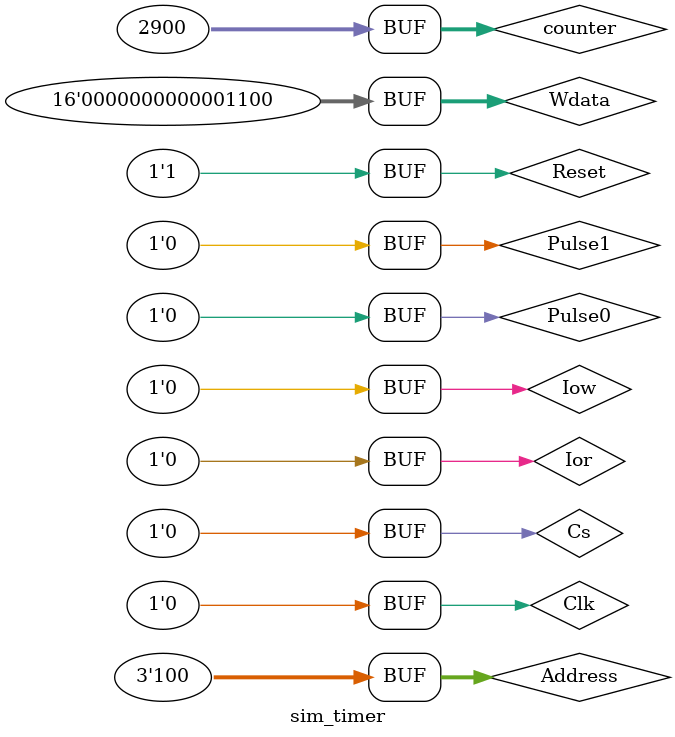
<source format=v>
`timescale 1ns / 1ps


module sim_timer(
    );
//input Reset,input [2:0] Address,input Cs,input Clk,input Iow,input Ior ,input [15:0] Wdata, output [15:0] Rdata,
//input Pulse0 ,input Pulse1,output Cout0,output Cout1 
//Debug wires:output [15:0] state_reg0,output [15:0] function_reg0,output [15:0] cur_value_reg0,output [15:0] cur_cnt_value_reg0   ,output run_one_period0,output refresh_reg0
    //input -> reg ; output->wire
    reg Reset;
    reg [2:0] Address;
    reg Cs;
    reg Clk;
    reg Iow;
    reg Ior;
    reg [15:0] Wdata;
    wire [15:0] Rdata;
    reg Pulse0;
    reg Pulse1;
    wire Cout0;
    wire Cout1;  
    //Below are debug wires
    wire [15:0] state_reg0; wire [15:0] function_reg0; wire [15:0] cur_value_reg0; wire [15:0] cur_cnt_value_reg0;
    wire run_one_period0;wire refresh_reg0;
    
    dev_timer uut_timer(Reset,Address,Cs,Clk,Iow,Ior,Wdata,Rdata,Pulse0,Pulse1,Cout0,Cout1/*,state_reg0,function_reg0,cur_value_reg0,cur_cnt_value_reg0,run_one_period0,refresh_reg0*/);
    reg [31:0] counter;
   
   //ÏÂÃæÊÇ²âÊÔ¼ÆÊýµÄ´úÂë
   always
        begin
            Reset = 1; Address[2:0]=0; Cs=0; Clk=0; Iow=0; Ior=0; Wdata[15:0]=0; Pulse0=0; Pulse1=0; counter=0;
            #5;
            Reset = 0;//ÖØÖÃ
            #5;
            Reset = 1;
            Address[2:0]=3'd0;//·½Ê½¼Ä´æÆ÷0
            Cs=1;Iow=1;Ior=0;
            Wdata[15:0]=16'h0002;//Ð´ÈëÑ­»· ¼ÆÊý
            Clk=1;
            #5;
            Cs=0;Iow=0;Ior=0;
            Clk=0;
            #5;
    
            Address[2:0]=3'd4;//³õÖµ¼Ä´æÆ÷0
            Cs=1;Iow=1;Ior=0;
            Wdata[15:0]=16'd2;//Ð´Èë6µ½³õÖµ¼Ä´æÆ÷0
            Clk=1;
            #5;
            Clk=0;
            #5;
            Cs=0;Iow=0;Ior=0;
            
            for(counter=0;counter<2900;counter=counter+1)
            begin
                Pulse0=1;
                Clk=1;
                #5;
                Pulse0=0;
                Clk=0;
                #5;
                if(counter==30)
                    begin//²âÊÔ¶Á×´Ì¬¼Ä´æÆ÷
                           Address[2:0]=3'd4;//×´Ì¬¼Ä´æÆ÷0
                           Cs=1;Iow=1;Ior=0;
                           Wdata[15:0]=12;
                           Clk=1;
                           #5;
                           Clk=0;
                           #5;
                           Cs=0;Iow=0;Ior=0;
                    end
            end
    end
   
   
   
   
   
   /* 
   //ÏÂÃæÊÇ²âÊÔ¶¨Ê±µÄ´úÂë
    always
    begin
        Reset = 1; Address[2:0]=0; Cs=0; Clk=0; Iow=0; Ior=0; Wdata[15:0]=0; Pulse0=0; Pulse1=0; counter=0;
        #5;
        Reset = 0;//ÖØÖÃ
        #5;
        Reset = 1;
        Address[2:0]=3'd0;//·½Ê½¼Ä´æÆ÷0
        Cs=1;Iow=1;Ior=0;
        Wdata[15:0]=16'h0000;//Ð´ÈëÑ­»· ¶¨Ê±
        Clk=1;
        #5;
        Cs=0;Iow=0;Ior=0;
        Clk=0;
        #5;

        Address[2:0]=3'd4;//³õÖµ¼Ä´æÆ÷0
        Cs=1;Iow=1;Ior=0;
        Wdata[15:0]=16'd7;//Ð´Èë6µ½³õÖµ¼Ä´æÆ÷0
        Clk=1;
        #5;
        Clk=0;
        #5;
        Cs=0;Iow=0;Ior=0;
        
        for(counter=0;counter<29;counter=counter+1)
        begin
            Clk=1;
            #5;
            Clk=0;
            #5;
            if(counter==4 || counter==15)
            begin//²âÊÔ¶Á×´Ì¬¼Ä´æÆ÷
                   Address[2:0]=3'd0;//×´Ì¬¼Ä´æÆ÷0
                   Cs=1;Iow=0;Ior=1;
                   Clk=1;
                   #5;
                   Clk=0;
                   #5;
                   Cs=0;Iow=0;Ior=0;
            end
        end

       
        for(counter=0;counter<100;counter=counter+1)
        begin
            Clk=1;
            #5;
            Clk=0;
            #5;
        end
    end
    */
    
endmodule

</source>
